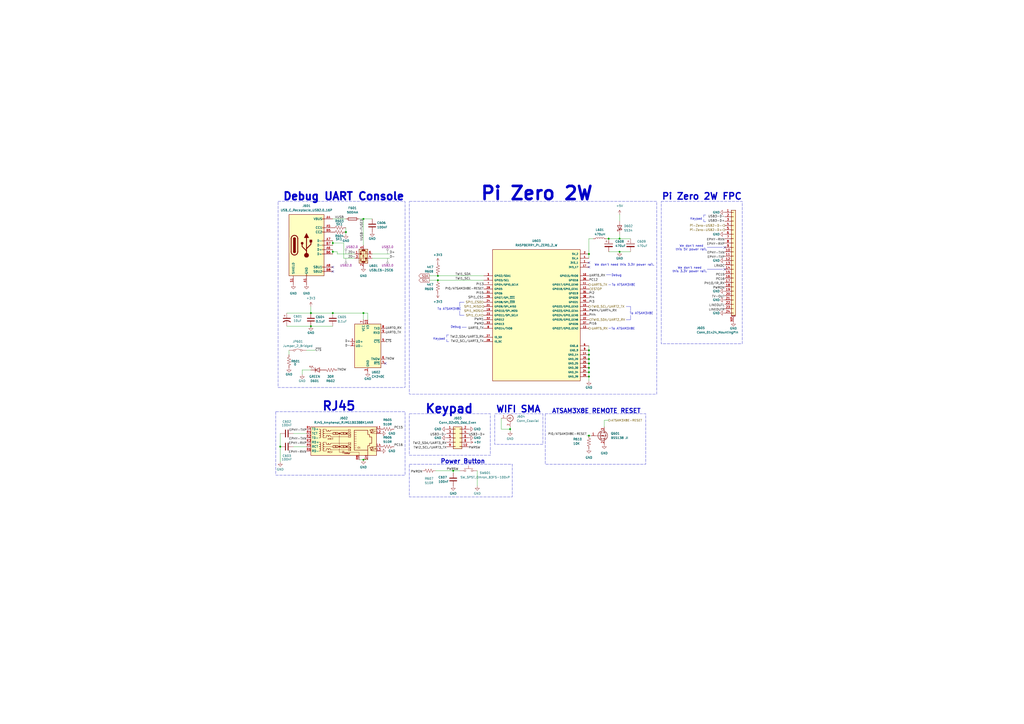
<source format=kicad_sch>
(kicad_sch (version 20250114) (generator "eeschema") (generator_version "9.0")
  (paper "A2")
  (title_block (title "MEP MAXI 85V-1 REV 2 Interface Board") (date "2025-05-31") (rev "X2") (company "McMillan Enterprises") (comment 1 "Firmware: John Gilcreast (johngilcreast@gmail.com)") (comment 2 "Hardware: Connor McMillan (connor@mcmillan.website)"))
  (polyline (pts (xy 549.9375 379.451) (xy 551.7902 378.1062) (xy 550.4453 379.9589) (xy 552.7064 380.318) (xy 550.4453 380.6771) (xy 551.7902 382.5299) (xy 549.9375 381.185) (xy 549.5784 383.446) (xy 549.2193 381.185) (xy 547.3665 382.5299) (xy 548.7114 380.6771) (xy 546.4504 380.318) (xy 548.7114 379.9589) (xy 547.3665 378.1062) (xy 549.2193 379.451) (xy 549.5784 377.19) (xy 549.9375 379.451)) (stroke (width -0.0001) (type solid)) (fill (type outline)))
  (polyline (pts (xy 565.1435 389.9196) (xy 565.1752 389.921) (xy 565.2067 389.9234) (xy 565.2377 389.9268) (xy 565.2684 389.9311) (xy 565.2985 389.9363) (xy 565.3281 389.9424) (xy 565.3571 389.9495) (xy 565.3854 389.9574) (xy 565.413 389.9662) (xy 565.4397 389.9758) (xy 565.4656 389.9863) (xy 565.4906 389.9976) (xy 565.5146 390.0098) (xy 565.5376 390.0228) (xy 565.5594 390.0366) (xy 565.4798 390.1998) (xy 565.46 390.1864) (xy 565.4396 390.1739) (xy 565.4185 390.1622) (xy 565.3969 390.1513) (xy 565.3746 390.1413) (xy 565.3519 390.1322) (xy 565.3286 390.1239) (xy 565.3048 390.1165) (xy 565.2806 390.1099) (xy 565.256 390.1042) (xy 565.231 390.0994) (xy 565.2057 390.0954) (xy 565.18 390.0923) (xy 565.1541 390.0901) (xy 565.1279 390.0888) (xy 565.1015 390.0884) (xy 565.0595 390.0895) (xy 565.0196 390.0928) (xy 564.9819 390.0983) (xy 564.9464 390.1059) (xy 564.9132 390.1155) (xy 564.8824 390.127) (xy 564.8541 390.1404) (xy 564.8284 390.1555) (xy 564.8054 390.1724) (xy 564.795 390.1815) (xy 564.7852 390.191) (xy 564.7762 390.2009) (xy 564.7678 390.2111) (xy 564.7603 390.2218) (xy 564.7534 390.2328) (xy 564.7474 390.2442) (xy 564.7421 390.2559) (xy 564.7375 390.268) (xy 564.7338 390.2804) (xy 564.7309 390.2931) (xy 564.7288 390.3062) (xy 564.7276 390.3196) (xy 564.7271 390.3332) (xy 564.7292 390.3594) (xy 564.7352 390.3833) (xy 564.7448 390.405) (xy 564.7579 390.4247) (xy 564.774 390.4426) (xy 564.7931 390.4589) (xy 564.8148 390.4737) (xy 564.8388 390.4873) (xy 564.865 390.4998) (xy 564.8929 390.5114) (xy 564.9533 390.5327) (xy 565.0846 390.5727) (xy 565.1512 390.5942) (xy 565.2158 390.6188) (xy 565.2466 390.6326) (xy 565.2762 390.6478) (xy 565.3041 390.6644) (xy 565.3303 390.6827) (xy 565.3543 390.7028) (xy 565.376 390.725) (xy 565.3951 390.7494) (xy 565.4113 390.7761) (xy 565.4243 390.8055) (xy 565.4339 390.8375) (xy 565.4399 390.8726) (xy 565.442 390.9107) (xy 565.4413 390.9358) (xy 565.4392 390.9602) (xy 565.4357 390.984) (xy 565.4309 391.0071) (xy 565.4247 391.0295) (xy 565.4173 391.0513) (xy 565.4086 391.0724) (xy 565.3986 391.0928) (xy 565.3874 391.1124) (xy 565.3751 391.1314) (xy 565.3615 391.1496) (xy 565.3468 391.167) (xy 565.331 391.1838) (xy 565.3142 391.1997) (xy 565.2962 391.2149) (xy 565.2772 391.2293) (xy 565.2572 391.2429) (xy 565.2362 391.2557) (xy 565.2142 391.2677) (xy 565.1913 391.2788) (xy 565.1675 391.2892) (xy 565.1428 391.2987) (xy 565.1172 391.3073) (xy 565.0908 391.315) (xy 565.0636 391.3219) (xy 565.0356 391.3279) (xy 565.0069 391.333) (xy 564.9774 391.3372) (xy 564.9472 391.3405) (xy 564.9163 391.3429) (xy 564.8847 391.3443) (xy 564.8526 391.3448) (xy 564.8127 391.3439) (xy 564.7731 391.3414) (xy 564.734 391.3374) (xy 564.6955 391.3318) (xy 564.6576 391.3248) (xy 564.6207 391.3164) (xy 564.5847 391.3068) (xy 564.5499 391.296) (xy 564.5164 391.2841) (xy 564.4844 391.2711) (xy 564.454 391.2571) (xy 564.4253 391.2423) (xy 564.3985 391.2266) (xy 564.3737 391.2102) (xy 564.3511 391.1932) (xy 564.3309 391.1755) (xy 564.4185 391.0162) (xy 564.439 391.0341) (xy 564.4611 391.0511) (xy 564.4846 391.0671) (xy 564.5093 391.0823) (xy 564.5352 391.0964) (xy 564.5622 391.1095) (xy 564.5902 391.1215) (xy 564.6191 391.1325) (xy 564.6488 391.1422) (xy 564.6792 391.1508) (xy 564.7102 391.1582) (xy 564.7416 391.1643) (xy 564.7735 391.1692) (xy 564.8057 391.1727) (xy 564.838 391.1748) (xy 564.8705 391.1755) (xy 564.9118 391.1745) (xy 564.9512 391.1715) (xy 564.9888 391.1666) (xy 565.0242 391.1598) (xy 565.0575 391.151) (xy 565.0884 391.1404) (xy 565.117 391.128) (xy 565.143 391.1138) (xy 565.1664 391.0978) (xy 565.1771 391.0891) (xy 565.1871 391.08) (xy 565.1963 391.0705) (xy 565.2048 391.0606) (xy 565.2126 391.0502) (xy 565.2196 391.0394) (xy 565.2259 391.0282) (xy 565.2313 391.0166) (xy 565.236 391.0046) (xy 565.2399 390.9922) (xy 565.2429 390.9794) (xy 565.245 390.9661) (xy 565.2464 390.9525) (xy 565.2468 390.9385) (xy 565.2447 390.9125) (xy 565.2388 390.8889) (xy 565.2291 390.8675) (xy 565.2161 390.8481) (xy 565.1999 390.8306) (xy 565.1808 390.8146) (xy 565.1592 390.8001) (xy 565.1351 390.7868) (xy 565.109 390.7747) (xy 565.081 390.7633) (xy 565.0206 390.7425) (xy 564.8894 390.7031) (xy 564.8228 390.6814) (xy 564.7582 390.6564) (xy 564.7273 390.6421) (xy 564.6978 390.6265) (xy 564.6698 390.6092) (xy 564.6437 390.5902) (xy 564.6197 390.5692) (xy 564.598 390.5461) (xy 564.5789 390.5206) (xy 564.5627 390.4925) (xy 564.5497 390.4617) (xy 564.5401 390.428) (xy 564.5341 390.3912) (xy 564.532 390.3511) (xy 564.5327 390.3264) (xy 564.5348 390.3023) (xy 564.5382 390.2788) (xy 564.543 390.256) (xy 564.549 390.2337) (xy 564.5563 390.2122) (xy 564.5649 390.1913) (xy 564.5747 390.1711) (xy 564.5857 390.1515) (xy 564.5978 390.1327) (xy 564.6111 390.1146) (xy 564.6256 390.0972) (xy 564.6411 390.0805) (xy 564.6577 390.0646) (xy 564.6754 390.0494) (xy 564.694 390.035) (xy 564.7137 390.0214) (xy 564.7344 390.0086) (xy 564.756 389.9966) (xy 564.7785 389.9854) (xy 564.8019 389.9751) (xy 564.8262 389.9655) (xy 564.8513 389.9569) (xy 564.8773 389.9491) (xy 564.904 389.9421) (xy 564.9315 389.9361) (xy 564.9598 389.9309) (xy 564.9888 389.9267) (xy 565.0185 389.9234) (xy 565.0488 389.921) (xy 565.0798 389.9195) (xy 565.1115 389.9191) (xy 565.1435 389.9196)) (stroke (width -0.0001) (type solid)) (fill (type outline)))
  (rectangle (start 383.54 116.84) (end 430.53 199.39) (stroke (width 0) (type dash)))
  (rectangle (start 161.29 116.84) (end 234.95 224.79) (stroke (width 0) (type dash)))
  (polyline (pts (xy 561.3107 384.4672) (xy 562.1446 384.4672) (xy 561.3876 388.2524) (xy 563.7357 388.2524) (xy 563.5946 388.958) (xy 560.4124 388.958) (xy 561.3107 384.4672) (xy 561.3107 384.4672)) (stroke (width -0.0001) (type solid)) (fill (type outline)))
  (rectangle (start 237.49 240.03) (end 284.48 264.16) (stroke (width 0) (type dash)))
  (rectangle (start 287.02 240.03) (end 314.96 257.81) (stroke (width 0) (type dash)))
  (polyline (pts (xy 555.0046 387.4568) (xy 557.3335 384.4672) (xy 558.052 384.4672) (xy 557.1539 388.958) (xy 556.3648 388.958) (xy 556.9485 386.0133) (xy 555.0303 388.4448) (xy 554.6582 388.4448) (xy 553.6317 385.9556) (xy 553.035 388.958) (xy 552.2395 388.958) (xy 553.1377 384.4672) (xy 553.8178 384.4672) (xy 555.0046 387.4568)) (stroke (width -0.0001) (type solid)) (fill (type outline)))
  (polyline (pts (xy 569.4993 389.9196) (xy 569.5311 389.921) (xy 569.5625 389.9234) (xy 569.5936 389.9268) (xy 569.6242 389.9311) (xy 569.6544 389.9363) (xy 569.684 389.9424) (xy 569.7129 389.9495) (xy 569.7412 389.9574) (xy 569.7688 389.9662) (xy 569.7956 389.9758) (xy 569.8215 389.9863) (xy 569.8465 389.9976) (xy 569.8705 390.0098) (xy 569.8934 390.0228) (xy 569.9153 390.0366) (xy 569.8357 390.1998) (xy 569.8159 390.1864) (xy 569.7955 390.1739) (xy 569.7744 390.1622) (xy 569.7527 390.1513) (xy 569.7305 390.1413) (xy 569.7077 390.1322) (xy 569.6844 390.1239) (xy 569.6607 390.1165) (xy 569.6365 390.1099) (xy 569.6119 390.1042) (xy 569.5869 390.0994) (xy 569.5615 390.0954) (xy 569.5359 390.0923) (xy 569.5099 390.0901) (xy 569.4837 390.0888) (xy 569.4573 390.0884) (xy 569.4154 390.0895) (xy 569.3755 390.0928) (xy 569.3377 390.0983) (xy 569.3022 390.1059) (xy 569.269 390.1155) (xy 569.2383 390.127) (xy 569.21 390.1404) (xy 569.1843 390.1555) (xy 569.1613 390.1724) (xy 569.1508 390.1815) (xy 569.1411 390.191) (xy 569.132 390.2009) (xy 569.1237 390.2111) (xy 569.1161 390.2218) (xy 569.1093 390.2328) (xy 569.1032 390.2442) (xy 569.0979 390.2559) (xy 569.0934 390.268) (xy 569.0897 390.2804) (xy 569.0868 390.2931) (xy 569.0847 390.3062) (xy 569.0834 390.3196) (xy 569.083 390.3332) (xy 569.085 390.3594) (xy 569.091 390.3833) (xy 569.1007 390.405) (xy 569.1137 390.4247) (xy 569.1299 390.4426) (xy 569.149 390.4589) (xy 569.1706 390.4737) (xy 569.1947 390.4873) (xy 569.2208 390.4998) (xy 569.2488 390.5114) (xy 569.3092 390.5327) (xy 569.4404 390.5727) (xy 569.5071 390.5942) (xy 569.5717 390.6188) (xy 569.6025 390.6326) (xy 569.632 390.6478) (xy 569.66 390.6644) (xy 569.6861 390.6827) (xy 569.7102 390.7028) (xy 569.7319 390.725) (xy 569.7509 390.7494) (xy 569.7671 390.7761) (xy 569.7802 390.8055) (xy 569.7898 390.8375) (xy 569.7958 390.8726) (xy 569.7978 390.9107) (xy 569.7971 390.9358) (xy 569.795 390.9602) (xy 569.7915 390.984) (xy 569.7867 391.0071) (xy 569.7806 391.0295) (xy 569.7731 391.0513) (xy 569.7644 391.0724) (xy 569.7545 391.0928) (xy 569.7433 391.1124) (xy 569.7309 391.1314) (xy 569.7174 391.1496) (xy 569.7027 391.167) (xy 569.6869 391.1838) (xy 569.67 391.1997) (xy 569.6521 391.2149) (xy 569.6331 391.2293) (xy 569.613 391.2429) (xy 569.592 391.2557) (xy 569.5701 391.2677) (xy 569.5472 391.2788) (xy 569.5234 391.2892) (xy 569.4987 391.2987) (xy 569.4731 391.3073) (xy 569.4467 391.315) (xy 569.4195 391.3219) (xy 569.3915 391.3279) (xy 569.3627 391.333) (xy 569.3332 391.3372) (xy 569.303 391.3405) (xy 569.2721 391.3429) (xy 569.2406 391.3443) (xy 569.2084 391.3448) (xy 569.1686 391.3439) (xy 569.129 391.3414) (xy 569.0899 391.3374) (xy 569.0513 391.3318) (xy 569.0135 391.3248) (xy 568.9765 391.3164) (xy 568.9406 391.3068) (xy 568.9058 391.296) (xy 568.8723 391.2841) (xy 568.8403 391.2711) (xy 568.8098 391.2571) (xy 568.7811 391.2423) (xy 568.7543 391.2266) (xy 568.7296 391.2102) (xy 568.707 391.1932) (xy 568.6867 391.1755) (xy 568.7743 391.0162) (xy 568.7949 391.0341) (xy 568.817 391.0511) (xy 568.8404 391.0671) (xy 568.8651 391.0823) (xy 568.8911 391.0964) (xy 568.9181 391.1095) (xy 568.9461 391.1215) (xy 568.975 391.1325) (xy 569.0047 391.1422) (xy 569.035 391.1508) (xy 569.066 391.1582) (xy 569.0975 391.1643) (xy 569.1294 391.1692) (xy 569.1615 391.1727) (xy 569.1939 391.1748) (xy 569.2263 391.1755) (xy 569.2676 391.1745) (xy 569.3071 391.1715) (xy 569.3446 391.1666) (xy 569.3801 391.1598) (xy 569.4133 391.151) (xy 569.4443 391.1404) (xy 569.4728 391.128) (xy 569.4989 391.1138) (xy 569.5223 391.0978) (xy 569.5329 391.0891) (xy 569.5429 391.08) (xy 569.5522 391.0705) (xy 569.5607 391.0606) (xy 569.5685 391.0502) (xy 569.5755 391.0394) (xy 569.5817 391.0282) (xy 569.5872 391.0166) (xy 569.5919 391.0046) (xy 569.5957 390.9922) (xy 569.5987 390.9794) (xy 569.6009 390.9661) (xy 569.6022 390.9525) (xy 569.6027 390.9385) (xy 569.6006 390.9125) (xy 569.5946 390.8889) (xy 569.585 390.8675) (xy 569.5719 390.8481) (xy 569.5558 390.8306) (xy 569.5367 390.8146) (xy 569.515 390.8001) (xy 569.491 390.7868) (xy 569.4648 390.7747) (xy 569.4369 390.7633) (xy 569.3765 390.7425) (xy 569.2453 390.7031) (xy 569.1786 390.6814) (xy 569.114 390.6564) (xy 569.0832 390.6421) (xy 569.0537 390.6265) (xy 569.0257 390.6092) (xy 568.9996 390.5902) (xy 568.9755 390.5692) (xy 568.9539 390.5461) (xy 568.9348 390.5206) (xy 568.9186 390.4925) (xy 568.9056 390.4617) (xy 568.8959 390.428) (xy 568.8899 390.3912) (xy 568.8879 390.3511) (xy 568.8886 390.3264) (xy 568.8907 390.3023) (xy 568.8941 390.2788) (xy 568.8988 390.256) (xy 568.9049 390.2337) (xy 568.9122 390.2122) (xy 568.9207 390.1913) (xy 568.9305 390.1711) (xy 568.9415 390.1515) (xy 568.9537 390.1327) (xy 568.967 390.1146) (xy 568.9814 390.0972) (xy 568.997 390.0805) (xy 569.0136 390.0646) (xy 569.0312 390.0494) (xy 569.0499 390.035) (xy 569.0696 390.0214) (xy 569.0902 390.0086) (xy 569.1118 389.9966) (xy 569.1343 389.9854) (xy 569.1577 389.9751) (xy 569.182 389.9655) (xy 569.2072 389.9569) (xy 569.2331 389.9491) (xy 569.2599 389.9421) (xy 569.2874 389.9361) (xy 569.3157 389.9309) (xy 569.3446 389.9267) (xy 569.3743 389.9234) (xy 569.4047 389.921) (xy 569.4357 389.9195) (xy 569.4673 389.9191) (xy 569.4993 389.9196)) (stroke (width -0.0001) (type solid)) (fill (type outline)))
  (polyline (pts (xy 561.4306 389.9368) (xy 561.4868 389.942) (xy 561.5397 389.9505) (xy 561.589 389.9624) (xy 561.6124 389.9696) (xy 561.6349 389.9776) (xy 561.6564 389.9863) (xy 561.6771 389.9959) (xy 561.6968 390.0063) (xy 561.7156 390.0174) (xy 561.7334 390.0294) (xy 561.7503 390.042) (xy 561.7663 390.0555) (xy 561.7813 390.0697) (xy 561.7953 390.0846) (xy 561.8083 390.1003) (xy 561.8203 390.1167) (xy 561.8314 390.1338) (xy 561.8414 390.1517) (xy 561.8504 390.1702) (xy 561.8584 390.1895) (xy 561.8653 390.2094) (xy 561.8712 390.23) (xy 561.8761 390.2514) (xy 561.8799 390.2733) (xy 561.8826 390.296) (xy 561.8842 390.3193) (xy 561.8848 390.3432) (xy 561.8829 390.3941) (xy 561.8807 390.4187) (xy 561.8776 390.4427) (xy 561.8736 390.4663) (xy 561.8687 390.4892) (xy 561.863 390.5117) (xy 561.8564 390.5335) (xy 561.849 390.5548) (xy 561.8407 390.5755) (xy 561.8316 390.5956) (xy 561.8217 390.6152) (xy 561.811 390.6342) (xy 561.7996 390.6525) (xy 561.7873 390.6703) (xy 561.7742 390.6874) (xy 561.7604 390.704) (xy 561.7458 390.7199) (xy 561.7305 390.7352) (xy 561.7144 390.7499) (xy 561.6976 390.7639) (xy 561.68 390.7773) (xy 561.6618 390.79) (xy 561.6428 390.8021) (xy 561.6028 390.8244) (xy 561.56 390.8439) (xy 561.5146 390.8607) (xy 561.4666 390.8748) (xy 561.7214 391.3288) (xy 561.5104 391.3288) (xy 561.2675 390.9027) (xy 560.8573 390.9027) (xy 560.7737 391.3288) (xy 560.5726 391.3288) (xy 560.6917 390.7334) (xy 560.8912 390.7334) (xy 561.2356 390.7334) (xy 561.2876 390.7319) (xy 561.3367 390.7275) (xy 561.3829 390.7201) (xy 561.4261 390.7097) (xy 561.4465 390.7034) (xy 561.4662 390.6964) (xy 561.485 390.6887) (xy 561.5031 390.6802) (xy 561.5204 390.671) (xy 561.5369 390.6611) (xy 561.5526 390.6505) (xy 561.5674 390.6391) (xy 561.5814 390.627) (xy 561.5946 390.6143) (xy 561.6069 390.6008) (xy 561.6183 390.5865) (xy 561.6289 390.5716) (xy 561.6386 390.556) (xy 561.6474 390.5397) (xy 561.6553 390.5226) (xy 561.6624 390.5049) (xy 561.6685 390.4864) (xy 561.6737 390.4673) (xy 561.678 390.4474) (xy 561.6813 390.4269) (xy 561.6837 390.4057) (xy 561.6851 390.3837) (xy 561.6856 390.3611) (xy 561.6853 390.3457) (xy 561.6842 390.3307) (xy 561.6825 390.3162) (xy 561.6801 390.3022) (xy 561.677 390.2887) (xy 561.6732 390.2757) (xy 561.6687 390.2631) (xy 561.6636 390.2511) (xy 561.6578 390.2395) (xy 561.6514 390.2284) (xy 561.6443 390.2177) (xy 561.6366 390.2076) (xy 561.6282 390.198) (xy 561.6192 390.1888) (xy 561.6095 390.1802) (xy 561.5993 390.172) (xy 561.5884 390.1643) (xy 561.5768 390.1571) (xy 561.5647 390.1504) (xy 561.5519 390.1442) (xy 561.5386 390.1385) (xy 561.5246 390.1332) (xy 561.5101 390.1285) (xy 561.4949 390.1243) (xy 561.4792 390.1205) (xy 561.4629 390.1173) (xy 561.446 390.1145) (xy 561.4285 390.1123) (xy 561.4105 390.1105) (xy 561.3919 390.1093) (xy 561.3728 390.1085) (xy 561.3531 390.1083) (xy 561.0166 390.1083) (xy 560.8912 390.7334) (xy 560.6917 390.7334) (xy 560.8513 389.935) (xy 561.371 389.935) (xy 561.4306 389.9368)) (stroke (width -0.0001) (type solid)) (fill (type outline)))
  (polyline (pts (xy 544.1165 387.2844) (xy 546.7247 383.9368) (xy 546.7304 383.9368) (xy 544.1165 387.2844)) (stroke (width -0.0001) (type solid)) (fill (type outline)))
  (polyline (pts (xy 556.7799 389.9368) (xy 556.8362 389.942) (xy 556.889 389.9505) (xy 556.9384 389.9624) (xy 556.9617 389.9696) (xy 556.9842 389.9776) (xy 557.0058 389.9863) (xy 557.0264 389.9959) (xy 557.0461 390.0063) (xy 557.0649 390.0174) (xy 557.0828 390.0294) (xy 557.0997 390.042) (xy 557.1156 390.0555) (xy 557.1306 390.0697) (xy 557.1446 390.0846) (xy 557.1577 390.1003) (xy 557.1697 390.1167) (xy 557.1807 390.1338) (xy 557.1907 390.1517) (xy 557.1998 390.1702) (xy 557.2077 390.1895) (xy 557.2147 390.2094) (xy 557.2206 390.23) (xy 557.2254 390.2514) (xy 557.2292 390.2733) (xy 557.2319 390.296) (xy 557.2336 390.3193) (xy 557.2341 390.3432) (xy 557.2323 390.3941) (xy 557.23 390.4187) (xy 557.2269 390.4427) (xy 557.2229 390.4663) (xy 557.218 390.4892) (xy 557.2123 390.5117) (xy 557.2057 390.5335) (xy 557.1983 390.5548) (xy 557.1901 390.5755) (xy 557.181 390.5956) (xy 557.1711 390.6152) (xy 557.1604 390.6342) (xy 557.1489 390.6525) (xy 557.1366 390.6703) (xy 557.1236 390.6874) (xy 557.1098 390.704) (xy 557.0952 390.7199) (xy 557.0798 390.7352) (xy 557.0637 390.7499) (xy 557.0469 390.7639) (xy 557.0294 390.7773) (xy 557.0111 390.79) (xy 556.9921 390.8021) (xy 556.9521 390.8244) (xy 556.9094 390.8439) (xy 556.8639 390.8607) (xy 556.8159 390.8748) (xy 557.0708 391.3288) (xy 556.8598 391.3288) (xy 556.6169 390.9027) (xy 556.2066 390.9027) (xy 556.123 391.3288) (xy 555.9219 391.3288) (xy 556.041 390.7334) (xy 556.2405 390.7334) (xy 556.585 390.7334) (xy 556.637 390.7319) (xy 556.6861 390.7275) (xy 556.7322 390.7201) (xy 556.7754 390.7097) (xy 556.7959 390.7034) (xy 556.8155 390.6964) (xy 556.8344 390.6887) (xy 556.8525 390.6802) (xy 556.8698 390.671) (xy 556.8863 390.6611) (xy 556.9019 390.6505) (xy 556.9168 390.6391) (xy 556.9308 390.627) (xy 556.9439 390.6143) (xy 556.9562 390.6008) (xy 556.9677 390.5865) (xy 556.9782 390.5716) (xy 556.988 390.556) (xy 556.9968 390.5397) (xy 557.0047 390.5226) (xy 557.0117 390.5049) (xy 557.0178 390.4864) (xy 557.023 390.4673) (xy 557.0273 390.4474) (xy 557.0307 390.4269) (xy 557.033 390.4057) (xy 557.0345 390.3837) (xy 557.035 390.3611) (xy 557.0346 390.3457) (xy 557.0336 390.3307) (xy 557.0318 390.3162) (xy 557.0294 390.3022) (xy 557.0263 390.2887) (xy 557.0225 390.2757) (xy 557.0181 390.2631) (xy 557.013 390.2511) (xy 557.0072 390.2395) (xy 557.0008 390.2284) (xy 556.9937 390.2177) (xy 556.9859 390.2076) (xy 556.9776 390.198) (xy 556.9685 390.1888) (xy 556.9589 390.1802) (xy 556.9486 390.172) (xy 556.9377 390.1643) (xy 556.9262 390.1571) (xy 556.914 390.1504) (xy 556.9013 390.1442) (xy 556.8879 390.1385) (xy 556.874 390.1332) (xy 556.8594 390.1285) (xy 556.8443 390.1243) (xy 556.8286 390.1205) (xy 556.8122 390.1173) (xy 556.7954 390.1145) (xy 556.7779 390.1123) (xy 556.7599 390.1105) (xy 556.7413 390.1093) (xy 556.7221 390.1085) (xy 556.7024 390.1083) (xy 556.3659 390.1083) (xy 556.2405 390.7334) (xy 556.041 390.7334) (xy 556.2007 389.935) (xy 556.7203 389.935) (xy 556.7799 389.9368)) (stroke (width -0.0001) (type solid)) (fill (type outline)))
  (polyline (pts (xy 548.1261 390.1083) (xy 547.3395 390.1083) (xy 547.2539 390.5363) (xy 547.9548 390.5363) (xy 547.921 390.7056) (xy 547.2201 390.7056) (xy 547.1305 391.1556) (xy 547.9448 391.1556) (xy 547.911 391.3288) (xy 546.8975 391.3288) (xy 547.1763 389.935) (xy 548.1599 389.935) (xy 548.1261 390.1083)) (stroke (width -0.0001) (type solid)) (fill (type outline)))
  (polyline (pts (xy 554.9237 390.1083) (xy 554.1372 390.1083) (xy 554.0516 390.5363) (xy 554.7525 390.5363) (xy 554.7186 390.7056) (xy 554.0177 390.7056) (xy 553.9281 391.1556) (xy 554.7425 391.1556) (xy 554.7087 391.3288) (xy 553.6952 391.3288) (xy 553.9739 389.935) (xy 554.9576 389.935) (xy 554.9237 390.1083)) (stroke (width -0.0001) (type solid)) (fill (type outline)))
  (polyline (pts (xy 559.1179 389.9368) (xy 559.1738 389.942) (xy 559.2264 389.9505) (xy 559.2755 389.9624) (xy 559.2988 389.9696) (xy 559.3211 389.9776) (xy 559.3426 389.9863) (xy 559.3632 389.9959) (xy 559.3828 390.0063) (xy 559.4015 390.0174) (xy 559.4193 390.0294) (xy 559.4362 390.042) (xy 559.4521 390.0555) (xy 559.467 390.0697) (xy 559.481 390.0846) (xy 559.494 390.1003) (xy 559.506 390.1167) (xy 559.517 390.1338) (xy 559.527 390.1517) (xy 559.536 390.1702) (xy 559.544 390.1895) (xy 559.5509 390.2094) (xy 559.5568 390.23) (xy 559.5616 390.2514) (xy 559.5654 390.2733) (xy 559.5681 390.296) (xy 559.5698 390.3193) (xy 559.5703 390.3432) (xy 559.5696 390.3762) (xy 559.5674 390.4083) (xy 559.5638 390.4395) (xy 559.5588 390.4698) (xy 559.5523 390.4991) (xy 559.5445 390.5276) (xy 559.5354 390.5551) (xy 559.5248 390.5816) (xy 559.513 390.6072) (xy 559.4999 390.6318) (xy 559.4854 390.6555) (xy 559.4697 390.6781) (xy 559.4528 390.6998) (xy 559.4346 390.7204) (xy 559.4152 390.74) (xy 559.3946 390.7586) (xy 559.3729 390.7761) (xy 559.3499 390.7926) (xy 559.3258 390.808) (xy 559.3007 390.8224) (xy 559.2743 390.8356) (xy 559.247 390.8478) (xy 559.2185 390.8588) (xy 559.189 390.8688) (xy 559.1584 390.8776) (xy 559.1269 390.8852) (xy 559.0943 390.8917) (xy 559.0608 390.8971) (xy 559.0263 390.9013) (xy 558.9909 390.9043) (xy 558.9545 390.9061) (xy 558.9173 390.9067) (xy 558.5449 390.9067) (xy 558.4612 391.3288) (xy 558.2622 391.3288) (xy 558.3813 390.7334) (xy 558.5808 390.7334) (xy 558.9212 390.7334) (xy 558.9732 390.7319) (xy 559.0223 390.7275) (xy 559.0685 390.7201) (xy 559.1117 390.7097) (xy 559.1321 390.7034) (xy 559.1518 390.6964) (xy 559.1707 390.6887) (xy 559.1888 390.6802) (xy 559.2061 390.671) (xy 559.2225 390.6611) (xy 559.2382 390.6505) (xy 559.253 390.6391) (xy 559.267 390.627) (xy 559.2802 390.6143) (xy 559.2925 390.6008) (xy 559.304 390.5865) (xy 559.3145 390.5716) (xy 559.3242 390.556) (xy 559.3331 390.5397) (xy 559.341 390.5226) (xy 559.348 390.5049) (xy 559.3541 390.4864) (xy 559.3593 390.4673) (xy 559.3636 390.4474) (xy 559.3669 390.4269) (xy 559.3693 390.4057) (xy 559.3708 390.3837) (xy 559.3713 390.3611) (xy 559.3709 390.3457) (xy 559.3699 390.3307) (xy 559.3681 390.3162) (xy 559.3657 390.3022) (xy 559.3626 390.2887) (xy 559.3588 390.2757) (xy 559.3544 390.2631) (xy 559.3493 390.2511) (xy 559.3435 390.2395) (xy 559.3371 390.2284) (xy 559.33 390.2177) (xy 559.3223 390.2076) (xy 559.314 390.198) (xy 559.305 390.1888) (xy 559.2954 390.1802) (xy 559.2851 390.172) (xy 559.2743 390.1643) (xy 559.2628 390.1571) (xy 559.2507 390.1504) (xy 559.238 390.1442) (xy 559.2248 390.1385) (xy 559.2109 390.1332) (xy 559.1964 390.1285) (xy 559.1814 390.1243) (xy 559.1658 390.1205) (xy 559.1496 390.1173) (xy 559.1328 390.1145) (xy 559.1155 390.1123) (xy 559.0976 390.1105) (xy 559.0792 390.1093) (xy 559.0603 390.1085) (xy 559.0407 390.1083) (xy 558.7062 390.1083) (xy 558.5808 390.7334) (xy 558.3813 390.7334) (xy 558.5409 389.935) (xy 559.0586 389.935) (xy 559.1179 389.9368)) (stroke (width -0.0001) (type solid)) (fill (type outline)))
  (polyline (pts (xy 565.1534 384.4672) (xy 565.9874 384.4672) (xy 565.2304 388.2524) (xy 567.5785 388.2524) (xy 567.4373 388.958) (xy 564.2552 388.958) (xy 565.1534 384.4672) (xy 565.1534 384.4672)) (stroke (width -0.0001) (type solid)) (fill (type outline)))
  (polyline (pts (xy 567.7801 390.1083) (xy 566.9936 390.1083) (xy 566.908 390.5363) (xy 567.6089 390.5363) (xy 567.575 390.7056) (xy 566.8741 390.7056) (xy 566.7845 391.1556) (xy 567.5989 391.1556) (xy 567.5651 391.3288) (xy 566.5516 391.3288) (xy 566.8303 389.935) (xy 567.814 389.935) (xy 567.7801 390.1083)) (stroke (width -0.0001) (type solid)) (fill (type outline)))
  (polyline (pts (xy 544.1165 387.2844) (xy 546.7247 383.9368) (xy 546.7304 383.9368) (xy 544.1165 387.2844)) (stroke (width -0.0001) (type solid)) (fill (type outline)))
  (polyline (pts (xy 546.5235 388.9658) (xy 545.6399 388.9658) (xy 546.1264 386.511) (xy 547.3182 384.9924) (xy 546.5235 388.9658)) (stroke (width -0.0001) (type solid)) (fill (type outline)))
  (polyline (pts (xy 563.112 391.3288) (xy 562.9128 391.3288) (xy 563.1916 389.935) (xy 563.3907 389.935) (xy 563.112 391.3288)) (stroke (width -0.0001) (type solid)) (fill (type outline)))
  (rectangle (start 237.49 116.84) (end 381 228.6) (stroke (width 0) (type dash)))
  (rectangle (start 237.49 269.24) (end 297.18 288.29) (stroke (width 0) (type dash)))
  (polyline (pts (xy 549.0009 382.2035) (xy 544.1452 388.3909) (xy 543.7286 388.3909) (xy 542.5793 385.6036) (xy 541.9111 388.9658) (xy 541.02 388.9658) (xy 542.0261 383.9368) (xy 542.7876 383.9368) (xy 543.9462 386.8559) (xy 544.1165 387.2844) (xy 546.7304 383.9368) (xy 547.5979 382.8257) (xy 548.9445 381.8482) (xy 549.0009 382.2035)) (stroke (width -0.0001) (type solid)) (fill (type outline)))
  (polyline (pts (xy 552.8285 390.1083) (xy 552.3526 390.1083) (xy 552.1077 391.3288) (xy 551.9106 391.3288) (xy 552.1535 390.1083) (xy 551.6776 390.1083) (xy 551.7115 389.935) (xy 552.8644 389.935) (xy 552.8285 390.1083)) (stroke (width -0.0001) (type solid)) (fill (type outline)))
  (polyline (pts (xy 550.5796 384.4061) (xy 550.7185 384.4153) (xy 550.8535 384.4305) (xy 550.9843 384.4517) (xy 551.1107 384.4789) (xy 551.2325 384.512) (xy 551.3494 384.5508) (xy 551.4611 384.5955) (xy 551.5676 384.6458) (xy 551.6685 384.7019) (xy 551.7636 384.7635) (xy 551.8526 384.8306) (xy 551.9354 384.9033) (xy 552.0116 384.9814) (xy 552.0811 385.0648) (xy 552.1436 385.1536) (xy 551.5406 385.6605) (xy 551.4932 385.5985) (xy 551.4425 385.5402) (xy 551.3885 385.4856) (xy 551.3602 385.4598) (xy 551.3311 385.4348) (xy 551.3012 385.4108) (xy 551.2704 385.3878) (xy 551.2388 385.3657) (xy 551.2064 385.3446) (xy 551.1731 385.3244) (xy 551.139 385.3053) (xy 551.104 385.2871) (xy 551.0682 385.2699) (xy 550.994 385.2385) (xy 550.9165 385.2112) (xy 550.8355 385.1879) (xy 550.7511 385.1687) (xy 550.6633 385.1538) (xy 550.5721 385.143) (xy 550.4774 385.1365) (xy 550.3793 385.1344) (xy 550.2729 385.1369) (xy 550.1691 385.1443) (xy 550.0679 385.1566) (xy 549.9694 385.1736) (xy 549.8736 385.1952) (xy 549.7806 385.2212) (xy 549.6904 385.2516) (xy 549.6031 385.2861) (xy 549.5188 385.3248) (xy 549.4374 385.3674) (xy 549.3591 385.4138) (xy 549.2839 385.4639) (xy 549.2119 385.5176) (xy 549.1431 385.5747) (xy 549.0775 385.6352) (xy 549.0152 385.6989) (xy 548.9563 385.7657) (xy 548.9008 385.8355) (xy 548.8488 385.908) (xy 548.8003 385.9833) (xy 548.7554 386.0612) (xy 548.7141 386.1415) (xy 548.6765 386.2241) (xy 548.6426 386.309) (xy 548.6125 386.396) (xy 548.5863 386.4849) (xy 548.5639 386.5756) (xy 548.5455 386.6681) (xy 548.5311 386.7622) (xy 548.5207 386.8577) (xy 548.5145 386.9545) (xy 548.5124 387.0526) (xy 548.5138 387.1216) (xy 548.5181 387.1892) (xy 548.5252 387.2551) (xy 548.5351 387.3195) (xy 548.5479 387.3822) (xy 548.5634 387.4432) (xy 548.5818 387.5025) (xy 548.6029 387.5601) (xy 548.6268 387.6158) (xy 548.6535 387.6696) (xy 548.6829 387.7215) (xy 548.715 387.7715) (xy 548.7499 387.8194) (xy 548.7875 387.8653) (xy 548.8278 387.9091) (xy 548.8708 387.9508) (xy 548.9165 387.9903) (xy 548.9649 388.0276) (xy 549.016 388.0626) (xy 549.0697 388.0953) (xy 549.126 388.1256) (xy 549.185 388.1536) (xy 549.2466 388.1791) (xy 549.3108 388.2021) (xy 549.3776 388.2225) (xy 549.447 388.2404) (xy 549.519 388.2556) (xy 549.5936 388.2682) (xy 549.6707 388.278) (xy 549.7504 388.2851) (xy 549.8327 388.2894) (xy 549.9174 388.2909) (xy 550.0105 388.2889) (xy 550.102 388.283) (xy 550.1919 388.2732) (xy 550.2802 388.2593) (xy 550.3668 388.2414) (xy 550.4516 388.2195) (xy 550.5347 388.1935) (xy 550.6159 388.1633) (xy 550.6953 388.1291) (xy 550.7727 388.0907) (xy 550.8481 388.0481) (xy 550.9215 388.0012) (xy 550.9929 387.9502) (xy 551.0621 387.8948) (xy 551.1292 387.8352) (xy 551.1941 387.7712) (xy 551.6816 388.2972) (xy 551.5974 388.3878) (xy 551.5083 388.4721) (xy 551.4147 388.55) (xy 551.3166 388.6216) (xy 551.2142 388.6871) (xy 551.1076 388.7465) (xy 550.9972 388.7999) (xy 550.8829 388.8474) (xy 550.7651 388.889) (xy 550.6438 388.9248) (xy 550.5192 388.9549) (xy 550.3915 388.9793) (xy 550.2609 388.9982) (xy 550.1276 389.0116) (xy 549.9916 389.0196) (xy 549.8532 389.0222) (xy 549.7267 389.0199) (xy 549.6035 389.0132) (xy 549.4837 389.0019) (xy 549.3672 388.9864) (xy 549.2541 388.9665) (xy 549.1445 388.9425) (xy 549.0384 388.9144) (xy 548.9359 388.8822) (xy 548.837 388.846) (xy 548.7418 388.806) (xy 548.6503 388.7622) (xy 548.5625 388.7147) (xy 548.4786 388.6635) (xy 548.3985 388.6088) (xy 548.3224 388.5505) (xy 548.2501 388.4889) (xy 548.1819 388.424) (xy 548.1178 388.3558) (xy 548.0577 388.2844) (xy 548.0018 388.2099) (xy 547.9501 388.1324) (xy 547.9026 388.052) (xy 547.8595 387.9688) (xy 547.8206 387.8827) (xy 547.7862 387.794) (xy 547.7562 387.7026) (xy 547.7306 387.6087) (xy 547.7096 387.5124) (xy 547.6932 387.4136) (xy 547.6814 387.3126) (xy 547.6743 387.2093) (xy 547.672 387.1039) (xy 547.6752 386.9624) (xy 547.6847 386.823) (xy 547.7005 386.686) (xy 547.7224 386.5513) (xy 547.7503 386.4193) (xy 547.7842 386.2901) (xy 547.8239 386.1637) (xy 547.8694 386.0405) (xy 547.9206 385.9204) (xy 547.9773 385.8038) (xy 548.0395 385.6906) (xy 548.107 385.5812) (xy 548.1799 385.4756) (xy 548.2579 385.3739) (xy 548.3409 385.2765) (xy 548.429 385.1833) (xy 548.5219 385.0946) (xy 548.6197 385.0105) (xy 548.7221 384.9311) (xy 548.8291 384.8567) (xy 548.9407 384.7873) (xy 549.0566 384.7232) (xy 549.1769 384.6644) (xy 549.3013 384.6112) (xy 549.4299 384.5637) (xy 549.5625 384.522) (xy 549.699 384.4863) (xy 549.8393 384.4567) (xy 549.9834 384.4334) (xy 550.1311 384.4166) (xy 550.2824 384.4064) (xy 550.4371 384.403) (xy 550.5796 384.4061)) (stroke (width -0.0001) (type solid)) (fill (type outline)))
  (rectangle (start 160.02 238.76) (end 234.95 275.59) (stroke (width 0) (type dash)))
  (polyline (pts (xy 550.1896 391.0082) (xy 550.4026 389.935) (xy 550.6017 389.935) (xy 550.323 391.3288) (xy 550.1597 391.3288) (xy 549.5364 390.2556) (xy 549.3233 391.3288) (xy 549.1243 391.3288) (xy 549.403 389.935) (xy 549.5663 389.935) (xy 550.1896 391.0082)) (stroke (width -0.0001) (type solid)) (fill (type outline)))
  (polyline (pts (xy 559.2643 384.4672) (xy 560.0983 384.4672) (xy 559.2001 388.958) (xy 558.366 388.958) (xy 559.2643 384.4672) (xy 559.2643 384.4672)) (stroke (width -0.0001) (type solid)) (fill (type outline)))
  (polyline (pts (xy 576.3673 387.6108) (xy 576.9896 384.4672) (xy 577.8172 384.4672) (xy 576.9191 388.958) (xy 576.2326 388.958) (xy 574.3913 385.8144) (xy 573.7626 388.958) (xy 572.935 388.958) (xy 573.8332 384.4672) (xy 574.5196 384.4672) (xy 576.3673 387.6108)) (stroke (width -0.0001) (type solid)) (fill (type outline)))
  (rectangle (start 316.23 240.03) (end 374.65 269.24) (stroke (width 0) (type dash)))
  (polyline (pts (xy 572.3579 388.958) (xy 571.5303 388.958) (xy 571.2929 387.9187) (xy 569.0346 387.9187) (xy 568.3867 388.958) (xy 567.4949 388.958) (xy 568.5958 387.2643) (xy 569.4452 387.2643) (xy 571.1389 387.2643) (xy 570.6834 385.2883) (xy 569.4452 387.2643) (xy 568.5958 387.2643) (xy 570.414 384.4672) (xy 571.2416 384.4672) (xy 572.3579 388.958)) (stroke (width -0.0001) (type solid)) (fill (type outline)))
  (text "ATSAM3X8E REMOTE RESET" (at 345.948 238.506 0) (effects (font (size 2.54 2.54) (thickness 0.508) (bold yes))))
  (text "To ATSAM3X8E" (at 361.442 190.754 0) (effects (font (size 1.27 1.27))))
  (text "We don't need\nthis 5V power rail." (at 401.066 143.764 0) (effects (font (size 1.27 1.27))))
  (text "We don't need\nthis 3.3V power rail." (at 400.05 156.464 0) (effects (font (size 1.27 1.27))))
  (text "Pi Zero 2W FPC" (at 407.162 114.046 0) (effects (font (size 3.81 3.81) (thickness 0.762) (bold yes))))
  (text "To ATSAM3X8E" (at 260.604 179.324 0) (effects (font (size 1.27 1.27))))
  (text "Debug" (at 264.414 189.738 0) (effects (font (size 1.27 1.27))))
  (text "Keypad" (at 260.604 237.236 0) (effects (font (size 5.08 5.08) (thickness 1.016) (bold yes))))
  (text "RJ45" (at 196.596 235.712 0) (effects (font (size 5.08 5.08) (thickness 1.016) (bold yes))))
  (text "Pi Zero 2W" (at 311.404 112.268 0) (effects (font (size 7.62 7.62) (thickness 1.524) (bold yes))))
  (text "Power Button" (at 268.478 267.716 0) (effects (font (size 2.54 2.54) (thickness 0.508) (bold yes))))
  (text "To ATSAM3X8E" (at 361.696 165.354 0) (effects (font (size 1.27 1.27))))
  (text "WIFI SMA" (at 300.736 237.49 0) (effects (font (size 3.81 3.81) (thickness 0.762) (bold yes))))
  (text "To ATSAM3X8E" (at 372.11 181.864 0) (effects (font (size 1.27 1.27))))
  (text "Debug" (at 357.632 159.766 0) (effects (font (size 1.27 1.27))))
  (text "Keypad" (at 254.762 196.596 0) (effects (font (size 1.27 1.27))))
  (text "Keypad" (at 403.86 127 0) (effects (font (size 1.27 1.27))))
  (text "We don't need this 3.3V power rail." (at 362.204 153.67 0) (effects (font (size 1.27 1.27))))
  (text "Debug UART Console" (at 199.39 114.046 0) (effects (font (size 4.445 4.445) (thickness 1.016) (bold yes))))
  (junction (at 359.41 146.05))
  (junction (at 295.91 248.92))
  (junction (at 193.04 146.05))
  (junction (at 254 162.56))
  (junction (at 180.34 181.61))
  (junction (at 193.04 181.61))
  (junction (at 162.56 259.08))
  (junction (at 341.63 252.73))
  (junction (at 341.63 210.82))
  (junction (at 341.63 213.36))
  (junction (at 341.63 147.32))
  (junction (at 262.89 273.05))
  (junction (at 341.63 218.44))
  (junction (at 359.41 138.43))
  (junction (at 341.63 215.9))
  (junction (at 210.82 181.61))
  (junction (at 210.82 127))
  (junction (at 200.66 134.62))
  (junction (at 341.63 208.28))
  (junction (at 341.63 203.2))
  (junction (at 180.34 189.23))
  (junction (at 341.63 205.74))
  (junction (at 254 160.02))
  (junction (at 193.04 140.97))
  (junction (at 210.82 266.7))
  (junction (at 353.06 138.43))
  (no_connect (at 420.37 143.51))
  (no_connect (at 341.63 154.94))
  (no_connect (at 420.37 156.21))
  (no_connect (at 193.04 157.48))
  (no_connect (at 193.04 154.94))
  (no_connect (at 341.63 152.4))
  (no_connect (at 223.52 210.82))
  (wire (pts (xy 210.82 266.7) (xy 213.36 266.7)))
  (wire (pts (xy 170.18 259.08) (xy 177.8 259.08)))
  (polyline (pts (xy 269.24 182.88) (xy 266.7 182.88)))
  (polyline (pts (xy 270.5665 189.8234) (xy 267.9996 189.8213)))
  (polyline (pts (xy 363.22 185.42) (xy 365.76 185.42)))
  (wire (pts (xy 200.66 132.08) (xy 200.66 134.62)))
  (wire (pts (xy 290.83 242.57) (xy 290.83 248.92)))
  (wire (pts (xy 208.28 127) (xy 210.82 127)))
  (wire (pts (xy 162.56 251.46) (xy 162.56 259.08)))
  (wire (pts (xy 254 162.56) (xy 248.92 162.56)))
  (wire (pts (xy 341.63 213.36) (xy 341.63 215.9)))
  (wire (pts (xy 341.63 210.82) (xy 341.63 213.36)))
  (polyline (pts (xy 269.24 175.26) (xy 266.7 175.26)))
  (polyline (pts (xy 259.08 194.31) (xy 259.08 195.58)))
  (polyline (pts (xy 365.76 182.88) (xy 365.76 185.42)))
  (wire (pts (xy 341.63 138.43) (xy 344.17 138.43)))
  (wire (pts (xy 350.52 243.84) (xy 353.06 243.84)))
  (wire (pts (xy 215.9 147.32) (xy 226.06 147.32)))
  (wire (pts (xy 199.39 140.97) (xy 199.39 149.86)))
  (wire (pts (xy 193.04 139.7) (xy 193.04 140.97)))
  (wire (pts (xy 180.34 181.61) (xy 193.04 181.61)))
  (wire (pts (xy 170.18 251.46) (xy 177.8 251.46)))
  (wire (pts (xy 193.04 127) (xy 200.66 127)))
  (wire (pts (xy 177.8 203.2) (xy 182.88 203.2)))
  (wire (pts (xy 252.73 273.05) (xy 262.89 273.05)))
  (wire (pts (xy 254 160.02) (xy 248.92 160.02)))
  (wire (pts (xy 213.36 185.42) (xy 213.36 181.61)))
  (wire (pts (xy 167.64 203.2) (xy 167.64 205.74)))
  (polyline (pts (xy 259.08 198.12) (xy 260.35 198.12)))
  (wire (pts (xy 193.04 146.05) (xy 193.04 147.32)))
  (wire (pts (xy 359.41 135.89) (xy 359.41 138.43)))
  (polyline (pts (xy 363.22 177.8) (xy 365.76 177.8)))
  (wire (pts (xy 208.28 266.7) (xy 210.82 266.7)))
  (wire (pts (xy 341.63 208.28) (xy 341.63 210.82)))
  (wire (pts (xy 262.89 273.05) (xy 262.89 274.32)))
  (wire (pts (xy 193.04 140.97) (xy 199.39 140.97)))
  (polyline (pts (xy 259.08 196.85) (xy 259.08 198.12)))
  (polyline (pts (xy 410.21 156.21) (xy 419.1 156.21)))
  (wire (pts (xy 166.37 181.61) (xy 180.34 181.61)))
  (wire (pts (xy 166.37 189.23) (xy 180.34 189.23)))
  (wire (pts (xy 215.9 149.86) (xy 226.06 149.86)))
  (wire (pts (xy 340.36 252.73) (xy 341.63 252.73)))
  (wire (pts (xy 351.79 138.43) (xy 353.06 138.43)))
  (wire (pts (xy 276.86 273.05) (xy 276.86 281.94)))
  (polyline (pts (xy 260.35 194.31) (xy 259.08 194.31)))
  (wire (pts (xy 359.41 138.43) (xy 365.76 138.43)))
  (wire (pts (xy 210.82 181.61) (xy 213.36 181.61)))
  (wire (pts (xy 180.34 214.63) (xy 175.26 214.63)))
  (wire (pts (xy 254 162.56) (xy 280.67 162.56)))
  (wire (pts (xy 359.41 124.46) (xy 359.41 128.27)))
  (wire (pts (xy 193.04 181.61) (xy 210.82 181.61)))
  (wire (pts (xy 193.04 146.05) (xy 195.58 146.05)))
  (polyline (pts (xy 353.06 190.5) (xy 354.33 190.5)))
  (wire (pts (xy 175.26 214.63) (xy 175.26 217.17)))
  (wire (pts (xy 193.04 144.78) (xy 193.04 146.05)))
  (polyline (pts (xy 408.178 127.254) (xy 408.178 128.524)))
  (wire (pts (xy 341.63 138.43) (xy 341.63 147.32)))
  (wire (pts (xy 353.06 146.05) (xy 359.41 146.05)))
  (wire (pts (xy 350.52 247.65) (xy 350.52 243.84)))
  (wire (pts (xy 180.34 177.8) (xy 180.34 181.61)))
  (polyline (pts (xy 266.7 180.34) (xy 266.7 182.88)))
  (wire (pts (xy 295.91 248.92) (xy 295.91 250.19)))
  (wire (pts (xy 341.63 252.73) (xy 342.9 252.73)))
  (wire (pts (xy 341.63 205.74) (xy 341.63 208.28)))
  (wire (pts (xy 162.56 259.08) (xy 162.56 267.97)))
  (wire (pts (xy 195.58 146.05) (xy 195.58 147.32)))
  (wire (pts (xy 341.63 215.9) (xy 341.63 218.44)))
  (wire (pts (xy 205.74 149.86) (xy 199.39 149.86)))
  (wire (pts (xy 341.63 218.44) (xy 341.63 220.98)))
  (polyline (pts (xy 353.06 165.1) (xy 354.33 165.1)))
  (wire (pts (xy 359.41 146.05) (xy 365.76 146.05)))
  (wire (pts (xy 341.63 147.32) (xy 341.63 149.86)))
  (polyline (pts (xy 408.178 124.714) (xy 408.178 125.984)))
  (wire (pts (xy 341.63 203.2) (xy 341.63 205.74)))
  (polyline (pts (xy 266.7 177.8) (xy 266.7 175.26)))
  (wire (pts (xy 290.83 248.92) (xy 295.91 248.92)))
  (wire (pts (xy 193.04 140.97) (xy 193.04 142.24)))
  (wire (pts (xy 295.91 248.92) (xy 295.91 247.65)))
  (wire (pts (xy 180.34 189.23) (xy 193.04 189.23)))
  (polyline (pts (xy 410.21 143.51) (xy 419.1 143.51)))
  (polyline (pts (xy 409.448 124.714) (xy 408.178 124.714)))
  (wire (pts (xy 254 160.02) (xy 280.67 160.02)))
  (wire (pts (xy 210.82 127) (xy 210.82 142.24)))
  (wire (pts (xy 210.82 127) (xy 215.9 127)))
  (polyline (pts (xy 408.178 128.524) (xy 409.448 128.524)))
  (wire (pts (xy 341.63 200.66) (xy 341.63 203.2)))
  (polyline (pts (xy 351.7068 159.4378) (xy 354.3414 159.439)))
  (wire (pts (xy 200.66 134.62) (xy 200.66 135.89)))
  (polyline (pts (xy 365.76 180.34) (xy 365.76 177.8)))
  (wire (pts (xy 195.58 147.32) (xy 205.74 147.32)))
  (wire (pts (xy 262.89 273.05) (xy 266.7 273.05)))
  (wire (pts (xy 210.82 185.42) (xy 210.82 181.61)))
  (wire (pts (xy 353.06 138.43) (xy 359.41 138.43)))
  (label "EPHY-RXN" (at 177.8 261.62 180))
  (label "PWM1" (at 280.67 185.42 180))
  (label "PWRON" (at 245.11 273.05 180))
  (label "USB3-D+" (at 271.78 251.46 0))
  (label "~{CTS}" (at 223.52 198.12 0))
  (label "D-" (at 203.2 200.66 180))
  (label "TWI2_SDA{slash}UART3_RX" (at 259.08 256.54 180))
  (label "TWI2_SCL/UART3_TX" (at 280.67 198.12 180))
  (label "LINEOUTR" (at 420.37 179.07 180))
  (label "EPHY-TXP" (at 420.37 148.59 180))
  (label "PI0{slash}ATSAM3X8E-RESET" (at 340.36 252.73 180))
  (label "PC16" (at 420.37 161.29 180))
  (label "PI3" (at 341.63 175.26 0))
  (label "EPHY-TXN" (at 420.37 146.05 180))
  (label "PC15" (at 228.6 248.92 0))
  (label "D+" (at 203.2 198.12 180))
  (label "~{CTS}" (at 182.88 203.2 0))
  (label "EPHY-TXP" (at 177.8 248.92 180))
  (label "VUSB-FUSED" (at 210.82 127 270))
  (label "PWM2" (at 280.67 187.96 180))
  (label "PI13" (at 280.67 165.1 180))
  (label "LINEOUTL" (at 420.37 176.53 180))
  (label "UART0_RX" (at 223.52 190.5 0))
  (label "EPHY-RXN" (at 420.37 138.43 180))
  (label "PH10/IR_RX" (at 420.37 163.83 180))
  (label "TWI1_SCL" (at 273.05 162.56 180))
  (label "TNOW" (at 195.58 214.63 0))
  (label "PC16" (at 228.6 259.08 0))
  (label "TWI2_SDA{slash}UART3_RX" (at 280.67 195.58 180))
  (label "UART0_TX" (at 223.52 193.04 0))
  (label "PI15" (at 280.67 170.18 180))
  (label "PWRSW" (at 271.78 259.08 0))
  (label "PI4" (at 341.63 172.72 0))
  (label "PWRSW" (at 259.08 273.05 0))
  (label "EPHY-RXP" (at 420.37 140.97 180))
  (label "USB3-D-" (at 420.37 125.73 180))
  (label "TNOW" (at 223.52 208.28 0))
  (label "2D+" (at 201.93 147.32 0))
  (label "2D-" (at 201.93 149.86 0))
  (label "USB3-D-" (at 259.08 251.46 180))
  (label "SPI1_CS1" (at 280.67 172.72 180))
  (label "PH4" (at 341.63 182.88 0))
  (label "LRADC" (at 420.37 153.67 180))
  (label "TV-OUT" (at 420.37 171.45 180))
  (label "UART0_RX" (at 341.63 160.02 0))
  (label "D-" (at 226.06 149.86 0))
  (label "PI2" (at 341.63 170.18 0))
  (label "EPHY-TXN" (at 177.8 254 180))
  (label "VUSB" (at 194.31 127 0))
  (label "PC12" (at 341.63 162.56 0))
  (label "EPHY-RXP" (at 177.8 256.54 180))
  (label "TWI2_SCL/UART3_TX" (at 259.08 259.08 180))
  (label "PWM4/UART4_RX" (at 341.63 180.34 0))
  (label "PI0{slash}ATSAM3X8E-RESET" (at 280.67 167.64 180))
  (label "TWI1_SDA" (at 273.05 160.02 180))
  (label "PC15" (at 420.37 158.75 180))
  (label "USB3-D+" (at 420.37 128.27 180))
  (label "PWRON" (at 420.37 166.37 180))
  (label "UART0_TX" (at 280.67 190.5 180))
  (label "D+" (at 226.06 147.32 0))
  (label "PI16" (at 341.63 187.96 0))
  (global_label "SCL" (shape output) (at 248.92 162.56 180) (property "Intersheetrefs" "${INTERSHEET_REFS}" (at 242.3321 162.56 0) (effects (justify right))))
  (global_label "SDA" (shape output) (at 248.92 160.02 180) (property "Intersheetrefs" "${INTERSHEET_REFS}" (at 242.2716 160.02 0) (effects (justify right))))
  (hierarchical_label "UART5_RX" (shape output) (at 341.63 190.5 0))
  (hierarchical_label "TWI0_SCL{slash}UART2_TX" (shape output) (at 341.63 177.8 0))
  (hierarchical_label "Pi-Zero-USB2-D+" (shape output) (at 420.37 133.35 180))
  (hierarchical_label "ESTOP" (shape input) (at 341.63 167.64 0))
  (hierarchical_label "TWI0_SDA/UART2_RX" (shape input) (at 341.63 185.42 0))
  (hierarchical_label "Pi-Zero-USB2-D-" (shape output) (at 420.37 130.81 180))
  (hierarchical_label "SPI1_MISO" (shape output) (at 280.67 177.8 180))
  (hierarchical_label "SPI1_MOSI" (shape input) (at 280.67 180.34 180))
  (hierarchical_label "ATSAM3X8E-RESET" (shape output) (at 353.06 243.84 0))
  (hierarchical_label "SPI1_CLK" (shape input) (at 280.67 182.88 180))
  (hierarchical_label "SPI1_CS0" (shape input) (at 280.67 175.26 180))
  (hierarchical_label "UART5_TX" (shape output) (at 341.63 165.1 0))
  (netclass_flag "" (length 2.54) (shape round) (at 224.79 147.32 0) (property "Netclass" "USB2.0" (at 224.79 143.256 0)))
  (netclass_flag "" (length 2.54) (shape round) (at 200.66 149.86 180) (property "Netclass" "USB2.0" (at 200.66 153.924 0)))
  (netclass_flag "" (length 2.54) (shape round) (at 224.79 149.86 180) (property "Netclass" "USB2.0" (at 224.79 153.924 0)))
  (netclass_flag "" (length 2.54) (shape round) (at 200.66 147.32 0) (property "Netclass" "USB2.0" (at 200.66 143.256 0) (effects (justify left))))
  (symbol (lib_id "power:GND") (at 271.78 254 90) (unit 1)
    (property "Reference" "#PWR0621" (effects (hide yes)))
    (property "Value" "GND" (at 276.86 254 90))
    (property "Description" "Power symbol creates a global label with name \"GND\" , ground" (effects (hide yes)))
  )
  (symbol (lib_id "Device:R_US") (at 191.77 214.63 90) (mirror x) (unit 1)
    (property "Reference" "R602" (at 191.77 220.98 90))
    (property "Value" "30R" (at 191.77 218.44 90))
    (property "Footprint" "Resistor_SMD:R_0805_2012Metric" (effects (hide yes)))
    (property "Description" "Resistor, US symbol" (effects (hide yes)))
  )
  (symbol (lib_id "Device:R_US") (at 224.79 259.08 90) (unit 1)
    (property "Reference" "R606" (at 224.79 253.746 90))
    (property "Value" "510R" (at 224.79 256.286 90))
    (property "Footprint" "Resistor_SMD:R_0805_2012Metric" (effects (hide yes)))
    (property "Description" "Resistor, US symbol" (effects (hide yes)))
  )
  (symbol (lib_id "Device:C") (at 215.9 130.81 0) (unit 1)
    (property "Reference" "C606" (at 218.694 129.286 0) (effects (justify left)))
    (property "Value" "100nF" (at 218.694 131.826 0) (effects (justify left)))
    (property "Footprint" "Capacitor_SMD:C_0805_2012Metric" (effects (hide yes)))
    (property "Description" "Unpolarized capacitor" (effects (hide yes)))
  )
  (symbol (lib_id "Connector:USB_C_Receptacle_USB2.0_16P") (at 177.8 142.24 0) (unit 1)
    (property "Reference" "J601" (at 177.8 119.38 0))
    (property "Value" "USB_C_Receptacle_USB2.0_16P" (at 177.8 121.92 0))
    (property "Footprint" "Connector_USB:USB_C_Receptacle_G-Switch_GT-USB-7010ASV" (effects (hide yes)))
    (property "Datasheet" "https://www.usb.org/sites/default/files/documents/usb_type-c.zip" (effects (hide yes)))
    (property "Description" "USB 2.0-only 16P Type-C Receptacle connector" (effects (hide yes)))
  )
  (symbol (lib_id "power:GND") (at 210.82 266.7 0) (unit 1)
    (property "Reference" "#PWR0610" (effects (hide yes)))
    (property "Value" "GND" (at 210.82 271.018 0))
    (property "Description" "Power symbol creates a global label with name \"GND\" , ground" (effects (hide yes)))
  )
  (symbol (lib_id "power:GND") (at 420.37 135.89 270) (unit 1)
    (property "Reference" "#PWR0631" (effects (hide yes)))
    (property "Value" "GND" (at 415.544 135.89 90))
  )
  (symbol (lib_id "Device:C") (at 166.37 259.08 270) (unit 1)
    (property "Reference" "C603" (at 166.37 264.414 90))
    (property "Value" "100nF" (at 166.37 266.446 90))
    (property "Footprint" "Capacitor_SMD:C_0805_2012Metric" (effects (hide yes)))
    (property "Description" "Unpolarized capacitor" (effects (hide yes)))
  )
  (symbol (lib_id "Device:C_Polarized_US") (at 166.37 185.42 0) (unit 1)
    (property "Reference" "C601" (at 170.18 183.5149 0) (effects (justify left)))
    (property "Value" "10uF" (at 170.18 186.0549 0) (effects (justify left)))
    (property "Footprint" "Capacitor_Tantalum_SMD:CP_EIA-3216-10_Kemet-I" (effects (hide yes)))
    (property "Description" "Polarized capacitor, US symbol" (effects (hide yes)))
  )
  (symbol (lib_id "Device:R_US") (at 254 156.21 180) (unit 1)
    (property "Reference" "R608" (at 251.46 157.4801 0) (effects (justify left)))
    (property "Value" "4K7" (at 251.46 154.9401 0) (effects (justify left)))
    (property "Footprint" "Resistor_SMD:R_0805_2012Metric" (effects (hide yes)))
    (property "Description" "Resistor, US symbol" (effects (hide yes)))
    (property "LCSC" "C60816" (effects (hide yes)))
  )
  (symbol (lib_id "power:GND") (at 220.98 261.62 90) (unit 1)
    (property "Reference" "#PWR0614" (effects (hide yes)))
    (property "Value" "GND" (at 227.33 261.62 90))
    (property "Description" "Power symbol creates a global label with name \"GND\" , ground" (effects (hide yes)))
  )
  (symbol (lib_id "Device:L") (at 347.98 138.43 90) (unit 1)
    (property "Reference" "L601" (at 347.98 133.35 90))
    (property "Value" "470uH" (at 347.98 135.89 90))
    (property "Footprint" "Inductor_SMD:L_12x12mm_H8mm" (effects (hide yes)))
    (property "Description" "Inductor" (effects (hide yes)))
  )
  (symbol (lib_id "power:GND") (at 213.36 215.9 0) (unit 1)
    (property "Reference" "#PWR0611" (effects (hide yes)))
    (property "Value" "GND" (at 213.36 219.71 0))
  )
  (symbol (lib_id "power:GND") (at 350.52 257.81 0) (unit 1)
    (property "Reference" "#PWR0627" (effects (hide yes)))
    (property "Value" "GND" (at 350.52 262.89 0))
    (property "Description" "Power symbol creates a global label with name \"GND\" , ground" (effects (hide yes)))
  )
  (symbol (lib_id "power:GND") (at 175.26 217.17 0) (mirror y) (unit 1)
    (property "Reference" "#PWR0604" (effects (hide yes)))
    (property "Value" "GND" (at 175.26 220.98 0))
    (property "Description" "Power symbol creates a global label with name \"GND\" , ground" (effects (hide yes)))
  )
  (symbol (lib_id "power:GND") (at 162.56 267.97 0) (unit 1)
    (property "Reference" "#PWR0601" (effects (hide yes)))
    (property "Value" "GND" (at 162.56 272.288 0))
    (property "Description" "Power symbol creates a global label with name \"GND\" , ground" (effects (hide yes)))
  )
  (symbol (lib_id "power:+5V") (at 271.78 256.54 270) (unit 1)
    (property "Reference" "#PWR0622" (effects (hide yes)))
    (property "Value" "+5V" (at 274.828 256.54 90) (effects (justify left)))
    (property "Description" "Power symbol creates a global label with name \"+5V\"" (effects (hide yes)))
  )
  (symbol (lib_id "Device:R_US") (at 248.92 273.05 90) (unit 1)
    (property "Reference" "R607" (at 248.92 277.622 90))
    (property "Value" "510R" (at 248.92 280.162 90))
    (property "Footprint" "Resistor_SMD:R_0805_2012Metric" (effects (hide yes)))
    (property "Description" "Resistor, US symbol" (effects (hide yes)))
  )
  (symbol (lib_id "power:GND") (at 180.34 189.23 0) (unit 1)
    (property "Reference" "#PWR0607" (effects (hide yes)))
    (property "Value" "GND" (at 180.34 193.04 0))
  )
  (symbol (lib_id "power:GND") (at 177.8 165.1 0) (unit 1)
    (property "Reference" "#PWR0605" (effects (hide yes)))
    (property "Value" "GND" (at 177.8 170.18 0))
    (property "Description" "Power symbol creates a global label with name \"GND\" , ground" (effects (hide yes)))
  )
  (symbol (lib_id "power:+3V3") (at 254 152.4 0) (unit 1)
    (property "Reference" "#PWR0615" (effects (hide yes)))
    (property "Value" "+3V3" (at 254 147.828 0))
  )
  (symbol (lib_id "Switch:SW_Push") (at 271.78 273.05 0) (unit 1)
    (property "Reference" "SW601" (at 281.432 274.32 0))
    (property "Value" "SW_SPST_Omron_B3FS-100xP" (at 281.432 276.86 0))
    (property "Footprint" "Button_Switch_SMD:SW_SPST_EVQPE1" (effects (hide yes)))
    (property "Description" "Push button switch, generic, two pins" (effects (hide yes)))
  )
  (symbol (lib_id "RASPBERRY_PI_ZERO_2_W:RASPBERRY_PI_ZERO_2_W") (at 311.15 182.88 0) (unit 1)
    (property "Reference" "U603" (at 311.15 139.7 0))
    (property "Value" "RASPBERRY_PI_ZERO_2_W" (at 311.15 142.24 0))
    (property "Footprint" "RASPBERRY_PI_ZERO_2_W:MODULE_RASPBERRY_PI_ZERO_2_W" (effects (hide yes)))
    (property "MF" "Raspberry Pi" (effects (hide yes)))
    (property "Description_1" "At the heart of Raspberry Pi Zero 2 W is RP3A0, a custom-built system-in-package designed by Raspberry Pi in the UK." (effects (hide yes)))
    (property "Package" "None" (effects (hide yes)))
    (property "Price" "None" (effects (hide yes)))
    (property "Check_prices" "https://www.snapeda.com/parts/RASPBERRY%20PI%20ZERO%202%20W/Raspberry+Pi/view-part/?ref=eda" (effects (hide yes)))
    (property "STANDARD" "Manufacturer Recommendations" (effects (hide yes)))
    (property "PARTREV" "April 2024" (effects (hide yes)))
    (property "SnapEDA_Link" "https://www.snapeda.com/parts/RASPBERRY%20PI%20ZERO%202%20W/Raspberry+Pi/view-part/?ref=snap" (effects (hide yes)))
    (property "MP" "RASPBERRY PI ZERO 2 W" (effects (hide yes)))
    (property "Availability" "In Stock" (effects (hide yes)))
    (property "MANUFACTURER" "Raspberry Pi" (effects (hide yes)))
  )
  (symbol (lib_id "Device:C") (at 193.04 185.42 0) (unit 1)
    (property "Reference" "C605" (at 195.834 183.896 0) (effects (justify left)))
    (property "Value" "0.1uF" (at 195.834 186.436 0) (effects (justify left)))
    (property "Footprint" "Capacitor_SMD:C_0805_2012Metric" (effects (hide yes)))
    (property "Description" "Unpolarized capacitor" (effects (hide yes)))
  )
  (symbol (lib_id "power:GND") (at 259.08 254 270) (unit 1)
    (property "Reference" "#PWR0618" (effects (hide yes)))
    (property "Value" "GND" (at 254 254 90))
    (property "Description" "Power symbol creates a global label with name \"GND\" , ground" (effects (hide yes)))
  )
  (symbol (lib_id "power:GND") (at 200.66 135.89 0) (unit 1)
    (property "Reference" "#PWR0608" (effects (hide yes)))
    (property "Value" "GND" (at 200.66 139.7 0))
    (property "Description" "Power symbol creates a global label with name \"GND\" , ground" (effects (hide yes)))
  )
  (symbol (lib_id "power:GND") (at 167.64 213.36 0) (mirror y) (unit 1)
    (property "Reference" "#PWR0602" (effects (hide yes)))
    (property "Value" "GND" (at 167.64 217.17 0))
    (property "Description" "Power symbol creates a global label with name \"GND\" , ground" (effects (hide yes)))
  )
  (symbol (lib_id "Transistor_FET:BSS138") (at 347.98 252.73 0) (unit 1)
    (property "Reference" "Q601" (at 354.33 251.4599 0) (effects (justify left)))
    (property "Value" "BSS138 JI" (at 354.33 253.9999 0) (effects (justify left)))
    (property "Footprint" "Package_TO_SOT_SMD:SOT-23" (effects (hide yes)))
    (property "Datasheet" "https://www.onsemi.com/pub/Collateral/BSS138-D.PDF" (effects (hide yes)))
    (property "Description" "50V Vds, 0.22A Id, N-Channel MOSFET, SOT-23" (effects (hide yes)))
  )
  (symbol (lib_id "power:GND") (at 420.37 168.91 270) (unit 1)
    (property "Reference" "#PWR0633" (effects (hide yes)))
    (property "Value" "GND" (at 415.544 168.91 90))
  )
  (symbol (lib_id "Power_Protection:USBLC6-2SC6") (at 210.82 147.32 0) (unit 1)
    (property "Reference" "U601" (at 214.122 154.178 0) (effects (justify left)))
    (property "Value" "USBLC6-2SC6" (at 214.122 156.718 0) (effects (justify left)))
    (property "Footprint" "Package_TO_SOT_SMD:SOT-23-6" (effects (hide yes)))
    (property "Datasheet" "https://www.st.com/resource/en/datasheet/usblc6-2.pdf" (effects (hide yes)))
    (property "Description" "Very low capacitance ESD protection diode, 2 data-line, SOT-23-6" (effects (hide yes)))
  )
  (symbol (lib_id "power:+3V3") (at 254 170.18 180) (unit 1)
    (property "Reference" "#PWR0616" (effects (hide yes)))
    (property "Value" "+3V3" (at 254 175.006 0))
  )
  (symbol (lib_id "Device:C") (at 166.37 251.46 270) (unit 1)
    (property "Reference" "C602" (at 166.37 244.602 90))
    (property "Value" "100nF" (at 166.37 246.634 90))
    (property "Footprint" "Capacitor_SMD:C_0805_2012Metric" (effects (hide yes)))
    (property "Description" "Unpolarized capacitor" (effects (hide yes)))
  )
  (symbol (lib_id "power:GND") (at 271.78 248.92 90) (unit 1)
    (property "Reference" "#PWR0620" (effects (hide yes)))
    (property "Value" "GND" (at 276.86 248.92 90))
    (property "Description" "Power symbol creates a global label with name \"GND\" , ground" (effects (hide yes)))
  )
  (symbol (lib_id "Connector_Generic:Conn_02x05_Odd_Even") (at 264.16 254 0) (unit 1)
    (property "Reference" "J603" (at 265.43 242.57 0))
    (property "Value" "Conn_02x05_Odd_Even" (at 265.43 245.11 0))
    (property "Footprint" "Connector_IDC:IDC-Header_2x05_P2.54mm_Vertical" (effects (hide yes)))
    (property "Description" "Generic connector, double row, 02x05, odd/even pin numbering scheme (row 1 odd numbers, row 2 even numbers), script generated (kicad-library-utils/schlib/autogen/connector/)" (effects (hide yes)))
  )
  (symbol (lib_id "Device:LED") (at 184.15 214.63 0) (mirror x) (unit 1)
    (property "Reference" "D601" (at 182.5625 220.98 0))
    (property "Value" "GREEN" (at 182.5625 218.44 0))
    (property "Footprint" "LED_SMD:LED_1206_3216Metric" (effects (hide yes)))
    (property "Description" "Light emitting diode" (effects (hide yes)))
    (property "Sim.Pins" "1=K 2=A" (effects (hide yes)))
  )
  (symbol (lib_id "power:GND") (at 341.63 260.35 0) (unit 1)
    (property "Reference" "#PWR0626" (effects (hide yes)))
    (property "Value" "GND" (at 341.63 265.43 0))
    (property "Description" "Power symbol creates a global label with name \"GND\" , ground" (effects (hide yes)))
  )
  (symbol (lib_id "Device:C_Polarized") (at 365.76 142.24 0) (unit 1)
    (property "Reference" "C609" (at 369.57 140.0809 0) (effects (justify left)))
    (property "Value" "470uF" (at 369.57 142.6209 0) (effects (justify left)))
    (property "Footprint" "Capacitor_SMD:CP_Elec_4x5.4" (effects (hide yes)))
    (property "Description" "Polarized capacitor" (effects (hide yes)))
  )
  (symbol (lib_id "Device:D_Schottky") (at 359.41 132.08 90) (unit 1)
    (property "Reference" "D602" (at 361.95 131.1274 90) (effects (justify right)))
    (property "Value" "SS34" (at 361.95 133.6674 90) (effects (justify right)))
    (property "Footprint" "Diode_SMD:D_SMA" (effects (hide yes)))
    (property "Description" "Schottky diode" (effects (hide yes)))
  )
  (symbol (lib_id "power:GND") (at 341.63 220.98 0) (unit 1)
    (property "Reference" "#PWR0625" (effects (hide yes)))
    (property "Value" "GND" (at 341.63 224.79 0))
  )
  (symbol (lib_id "power:GND") (at 170.18 165.1 0) (unit 1)
    (property "Reference" "#PWR0603" (effects (hide yes)))
    (property "Value" "GND" (at 170.18 170.18 0))
    (property "Description" "Power symbol creates a global label with name \"GND\" , ground" (effects (hide yes)))
  )
  (symbol (lib_id "Device:R_US") (at 254 166.37 180) (unit 1)
    (property "Reference" "R609" (at 251.46 167.6401 0) (effects (justify left)))
    (property "Value" "4K7" (at 251.46 165.1001 0) (effects (justify left)))
    (property "Footprint" "Resistor_SMD:R_0805_2012Metric" (effects (hide yes)))
    (property "Description" "Resistor, US symbol" (effects (hide yes)))
    (property "LCSC" "C60816" (effects (hide yes)))
  )
  (symbol (lib_id "Device:R_US") (at 196.85 132.08 270) (unit 1)
    (property "Reference" "R603" (at 196.85 128.27 90))
    (property "Value" "5K1" (at 196.85 130.048 90))
    (property "Footprint" "Resistor_SMD:R_0805_2012Metric" (effects (hide yes)))
    (property "Description" "Resistor, US symbol" (effects (hide yes)))
  )
  (symbol (lib_id "Device:C_Polarized") (at 353.06 142.24 0) (unit 1)
    (property "Reference" "C608" (at 356.87 140.0809 0) (effects (justify left)))
    (property "Value" "470uF" (at 356.87 142.6209 0) (effects (justify left)))
    (property "Footprint" "Capacitor_SMD:CP_Elec_4x5.4" (effects (hide yes)))
    (property "Description" "Polarized capacitor" (effects (hide yes)))
  )
  (symbol (lib_id "Jumper:Jumper_2_Bridged") (at 172.72 203.2 0) (mirror y) (unit 1) (exclude_from_sim yes)
    (property "Reference" "JP601" (at 172.72 198.12 0))
    (property "Value" "Jumper_2_Bridged" (at 172.72 200.66 0))
    (property "Footprint" "TestPoint:TestPoint_2Pads_Pitch2.54mm_Drill0.8mm" (effects (hide yes)))
    (property "Description" "Jumper, 2-pole, closed/bridged" (effects (hide yes)))
  )
  (symbol (lib_id "Device:R_US") (at 196.85 134.62 270) (unit 1)
    (property "Reference" "R604" (at 196.85 136.906 90))
    (property "Value" "5K1" (at 196.596 138.684 90))
    (property "Footprint" "Resistor_SMD:R_0805_2012Metric" (effects (hide yes)))
    (property "Description" "Resistor, US symbol" (effects (hide yes)))
  )
  (symbol (lib_id "power:GND") (at 276.86 281.94 0) (unit 1)
    (property "Reference" "#PWR0623" (effects (hide yes)))
    (property "Value" "GND" (at 276.86 286.258 0))
    (property "Description" "Power symbol creates a global label with name \"GND\" , ground" (effects (hide yes)))
  )
  (symbol (lib_id "power:GND") (at 220.98 251.46 90) (unit 1)
    (property "Reference" "#PWR0613" (effects (hide yes)))
    (property "Value" "GND" (at 227.33 251.46 90))
    (property "Description" "Power symbol creates a global label with name \"GND\" , ground" (effects (hide yes)))
  )
  (symbol (lib_id "Device:C") (at 262.89 278.13 0) (unit 1)
    (property "Reference" "C607" (at 254.254 276.86 0) (effects (justify left)))
    (property "Value" "100nF" (at 254.254 279.4 0) (effects (justify left)))
    (property "Footprint" "Capacitor_SMD:C_0805_2012Metric" (effects (hide yes)))
    (property "Description" "Unpolarized capacitor" (effects (hide yes)))
  )
  (symbol (lib_id "Device:R_US") (at 224.79 248.92 90) (unit 1)
    (property "Reference" "R605" (at 224.79 243.586 90))
    (property "Value" "510R" (at 224.79 246.126 90))
    (property "Footprint" "Resistor_SMD:R_0805_2012Metric" (effects (hide yes)))
    (property "Description" "Resistor, US symbol" (effects (hide yes)))
  )
  (symbol (lib_id "Device:Fuse") (at 204.47 127 90) (unit 1)
    (property "Reference" "F601" (at 204.47 120.65 90))
    (property "Value" "500mA" (at 204.47 123.19 90))
    (property "Footprint" "Fuse:Fuse_1812_4532Metric" (effects (hide yes)))
    (property "Description" "Fuse" (effects (hide yes)))
  )
  (symbol (lib_id "power:GND") (at 420.37 181.61 270) (unit 1)
    (property "Reference" "#PWR0635" (effects (hide yes)))
    (property "Value" "GND" (at 415.544 181.61 90))
  )
  (symbol (lib_id "power:GND") (at 210.82 154.94 0) (unit 1)
    (property "Reference" "#PWR0609" (effects (hide yes)))
    (property "Value" "GND" (at 210.82 160.02 0))
    (property "Description" "Power symbol creates a global label with name \"GND\" , ground" (effects (hide yes)))
  )
  (symbol (lib_id "power:GND") (at 215.9 134.62 0) (unit 1)
    (property "Reference" "#PWR0612" (effects (hide yes)))
    (property "Value" "GND" (at 215.9 138.43 0))
    (property "Description" "Power symbol creates a global label with name \"GND\" , ground" (effects (hide yes)))
  )
  (symbol (lib_id "Device:C") (at 180.34 185.42 0) (unit 1)
    (property "Reference" "C604" (at 183.134 183.896 0) (effects (justify left)))
    (property "Value" "0.1uF" (at 183.134 186.436 0) (effects (justify left)))
    (property "Footprint" "Capacitor_SMD:C_0805_2012Metric" (effects (hide yes)))
    (property "Description" "Unpolarized capacitor" (effects (hide yes)))
  )
  (symbol (lib_id "power:GND") (at 359.41 146.05 0) (unit 1)
    (property "Reference" "#PWR0629" (effects (hide yes)))
    (property "Value" "GND" (at 359.41 149.86 0))
  )
  (symbol (lib_id "Connector:Conn_Coaxial") (at 295.91 242.57 0) (unit 1)
    (property "Reference" "J604" (at 299.72 241.5931 0) (effects (justify left)))
    (property "Value" "Conn_Coaxial" (at 299.72 244.1331 0) (effects (justify left)))
    (property "Footprint" "Connector_Coaxial:SMA_Amphenol_901-143_Horizontal" (effects (hide yes)))
    (property "Description" "coaxial connector (BNC, SMA, SMB, SMC, Cinch/RCA, LEMO, ...)" (effects (hide yes)))
  )
  (symbol (lib_id "Device:R_US") (at 341.63 256.54 0) (unit 1)
    (property "Reference" "R610" (at 332.486 254.762 0) (effects (justify left)))
    (property "Value" "10K" (at 332.486 257.302 0) (effects (justify left)))
    (property "Footprint" "Resistor_SMD:R_0805_2012Metric" (effects (hide yes)))
    (property "Description" "Resistor, US symbol" (effects (hide yes)))
  )
  (symbol (lib_id "Interface_USB:CH340E") (at 213.36 200.66 0) (unit 1)
    (property "Reference" "U602" (at 215.5033 215.9 0) (effects (justify left)))
    (property "Value" "CH340E" (at 215.5033 218.44 0) (effects (justify left)))
    (property "Footprint" "Package_SO:MSOP-10_3x3mm_P0.5mm" (effects (hide yes)))
    (property "Datasheet" "https://www.mpja.com/download/35227cpdata.pdf" (effects (hide yes)))
    (property "Description" "USB serial converter, UART, MSOP-10" (effects (hide yes)))
  )
  (symbol (lib_id "power:GND") (at 259.08 248.92 270) (unit 1)
    (property "Reference" "#PWR0617" (effects (hide yes)))
    (property "Value" "GND" (at 254 248.92 90))
    (property "Description" "Power symbol creates a global label with name \"GND\" , ground" (effects (hide yes)))
  )
  (symbol (lib_id "power:+5V") (at 359.41 124.46 0) (unit 1)
    (property "Reference" "#PWR0628" (effects (hide yes)))
    (property "Value" "+5V" (at 359.41 119.38 0))
    (property "Description" "Power symbol creates a global label with name \"+5V\"" (effects (hide yes)))
  )
  (symbol (lib_id "power:GND") (at 425.45 186.69 0) (unit 1)
    (property "Reference" "#PWR0636" (effects (hide yes)))
    (property "Value" "GND" (at 425.45 190.5 0))
  )
  (symbol (lib_id "power:+3V3") (at 180.34 177.8 0) (unit 1)
    (property "Reference" "#PWR0606" (effects (hide yes)))
    (property "Value" "+3V3" (at 180.34 172.974 0))
  )
  (symbol (lib_id "power:GND") (at 295.91 250.19 0) (unit 1)
    (property "Reference" "#PWR0624" (effects (hide yes)))
    (property "Value" "GND" (at 295.91 254.508 0))
    (property "Description" "Power symbol creates a global label with name \"GND\" , ground" (effects (hide yes)))
  )
  (symbol (lib_id "power:GND") (at 420.37 151.13 270) (unit 1)
    (property "Reference" "#PWR0632" (effects (hide yes)))
    (property "Value" "GND" (at 415.544 151.13 90))
  )
  (symbol (lib_id "Connector_Generic_MountingPin:Conn_01x24_MountingPin") (at 425.45 151.13 0) (unit 1)
    (property "Reference" "J605" (at 404.114 190.246 0) (effects (justify left)))
    (property "Value" "Conn_01x24_MountingPin" (at 404.114 192.786 0) (effects (justify left)))
    (property "Footprint" "Connector_FFC-FPC:Hirose_FH12-24S-0.5SH_1x24-1MP_P0.50mm_Horizontal" (effects (hide yes)))
    (property "Description" "Generic connectable mounting pin connector, single row, 01x24, script generated (kicad-library-utils/schlib/autogen/connector/)" (effects (hide yes)))
  )
  (symbol (lib_id "power:GND") (at 420.37 173.99 270) (unit 1)
    (property "Reference" "#PWR0634" (effects (hide yes)))
    (property "Value" "GND" (at 415.544 173.99 90))
  )
  (symbol (lib_id "power:GND") (at 262.89 281.94 0) (unit 1)
    (property "Reference" "#PWR0619" (effects (hide yes)))
    (property "Value" "GND" (at 262.89 286.258 0))
    (property "Description" "Power symbol creates a global label with name \"GND\" , ground" (effects (hide yes)))
  )
  (symbol (lib_id "Connector:RJ45_Amphenol_RJMG1BD3B8K1ANR") (at 198.12 256.54 0) (unit 1)
    (property "Reference" "J602" (at 199.39 242.57 0))
    (property "Value" "RJ45_Amphenol_RJMG1BD3B8K1ANR" (at 199.39 245.11 0))
    (property "Footprint" "Connector_RJ:RJ45_Amphenol_RJMG1BD3B8K1ANR" (effects (hide yes)))
    (property "Datasheet" "https://www.amphenol-cs.com/media/wysiwyg/files/drawing/rjmg1bd3b8k1anr.pdf" (effects (hide yes)))
    (property "Description" "1 Port RJ45 Magjack Connector Through Hole 10/100 Base-T, AutoMDIX" (effects (hide yes)))
  )
  (symbol (lib_id "Device:R_US") (at 167.64 209.55 0) (mirror y) (unit 1)
    (property "Reference" "R601" (at 171.45 209.55 0))
    (property "Value" "0" (at 171.196 211.328 0))
    (property "Footprint" "Resistor_SMD:R_0805_2012Metric" (effects (hide yes)))
    (property "Description" "Resistor, US symbol" (effects (hide yes)))
  )
  (symbol (lib_id "power:GND") (at 420.37 123.19 270) (unit 1)
    (property "Reference" "#PWR0630" (effects (hide yes)))
    (property "Value" "GND" (at 415.544 123.19 90))
  )
)
</source>
